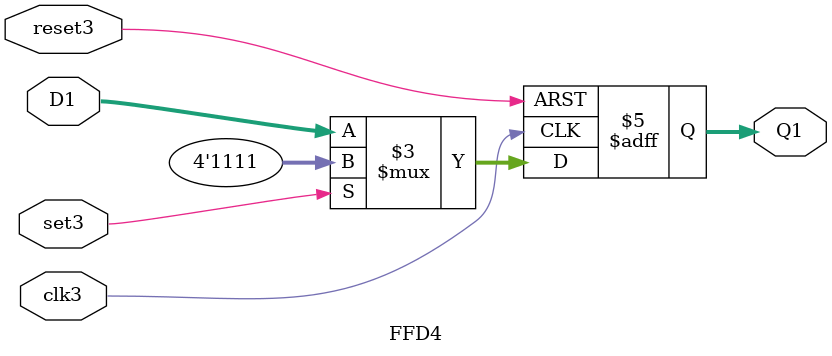
<source format=v>
module blocking(clk1, a, c);
  input clk1, a;
  output c;

  wire i0, i1;
  reg e, f;

  always @ (posedge clk1) begin
    e=a;
    f=e;
  end
endmodule

module unblocking(clk2, a, c);
  input clk2, a;
  output c;

  wire i0, i1;
  reg e, f;

  always @ (posedge clk2) begin
    e<=a;
    f<=e;
  end
endmodule

module FFD4(input wire clk3, reset3, set3, input [3:0] D1, output reg [3:0] Q1);
    always @ (posedge clk3 or posedge reset3) begin
      if (reset3) begin
      	Q1 <= 4'b0;
      end
      else if (set3) begin
      	Q1 <= 4'b1111;
      end
      else
        	Q1 <= D1;
      end
endmodule

</source>
